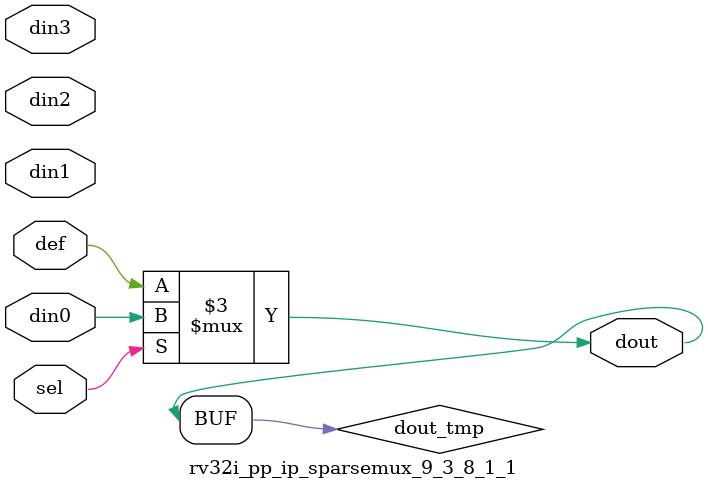
<source format=v>
`timescale 1ns / 1ps

module rv32i_pp_ip_sparsemux_9_3_8_1_1 (din0,din1,din2,din3,def,sel,dout);

parameter din0_WIDTH = 1;

parameter din1_WIDTH = 1;

parameter din2_WIDTH = 1;

parameter din3_WIDTH = 1;

parameter def_WIDTH = 1;
parameter sel_WIDTH = 1;
parameter dout_WIDTH = 1;

parameter [sel_WIDTH-1:0] CASE0 = 1;

parameter [sel_WIDTH-1:0] CASE1 = 1;

parameter [sel_WIDTH-1:0] CASE2 = 1;

parameter [sel_WIDTH-1:0] CASE3 = 1;

parameter ID = 1;
parameter NUM_STAGE = 1;



input [din0_WIDTH-1:0] din0;

input [din1_WIDTH-1:0] din1;

input [din2_WIDTH-1:0] din2;

input [din3_WIDTH-1:0] din3;

input [def_WIDTH-1:0] def;
input [sel_WIDTH-1:0] sel;

output [dout_WIDTH-1:0] dout;



reg [dout_WIDTH-1:0] dout_tmp;


always @ (*) begin
(* parallel_case *) case (sel)
    
    CASE0 : dout_tmp = din0;
    
    CASE1 : dout_tmp = din1;
    
    CASE2 : dout_tmp = din2;
    
    CASE3 : dout_tmp = din3;
    
    default : dout_tmp = def;
endcase
end


assign dout = dout_tmp;



endmodule

</source>
